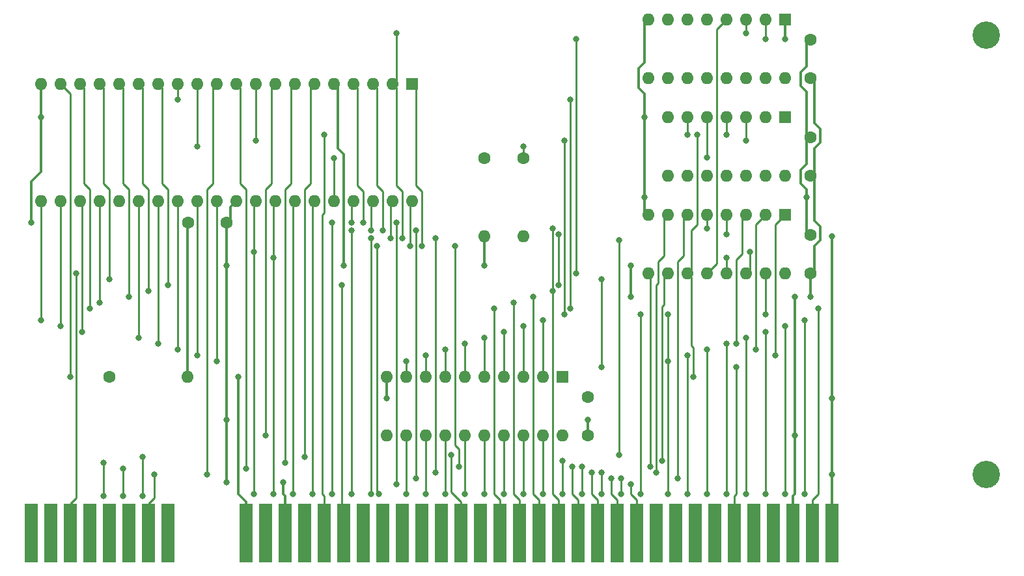
<source format=gbr>
G04 #@! TF.GenerationSoftware,KiCad,Pcbnew,(5.1.8)-1*
G04 #@! TF.CreationDate,2022-03-26T07:54:42-06:00*
G04 #@! TF.ProjectId,DMA,444d412e-6b69-4636-9164-5f7063625858,rev?*
G04 #@! TF.SameCoordinates,Original*
G04 #@! TF.FileFunction,Copper,L2,Bot*
G04 #@! TF.FilePolarity,Positive*
%FSLAX46Y46*%
G04 Gerber Fmt 4.6, Leading zero omitted, Abs format (unit mm)*
G04 Created by KiCad (PCBNEW (5.1.8)-1) date 2022-03-26 07:54:42*
%MOMM*%
%LPD*%
G01*
G04 APERTURE LIST*
G04 #@! TA.AperFunction,ComponentPad*
%ADD10O,1.600000X1.600000*%
G04 #@! TD*
G04 #@! TA.AperFunction,ComponentPad*
%ADD11C,1.600000*%
G04 #@! TD*
G04 #@! TA.AperFunction,ConnectorPad*
%ADD12R,1.780000X7.620000*%
G04 #@! TD*
G04 #@! TA.AperFunction,ComponentPad*
%ADD13R,1.600000X1.600000*%
G04 #@! TD*
G04 #@! TA.AperFunction,ComponentPad*
%ADD14C,3.556000*%
G04 #@! TD*
G04 #@! TA.AperFunction,ViaPad*
%ADD15C,0.800000*%
G04 #@! TD*
G04 #@! TA.AperFunction,Conductor*
%ADD16C,0.330200*%
G04 #@! TD*
G04 #@! TA.AperFunction,Conductor*
%ADD17C,0.250000*%
G04 #@! TD*
G04 APERTURE END LIST*
D10*
G04 #@! TO.P,R3,2*
G04 #@! TO.N,/CLK88*
X121404380Y-91160600D03*
D11*
G04 #@! TO.P,R3,1*
G04 #@! TO.N,/CLK88_1*
X121404380Y-81000600D03*
G04 #@! TD*
D10*
G04 #@! TO.P,R2,2*
G04 #@! TO.N,/GND*
X77716380Y-109448600D03*
D11*
G04 #@! TO.P,R2,1*
G04 #@! TO.N,/DRQ0_*
X67556380Y-109448600D03*
G04 #@! TD*
D12*
G04 #@! TO.P,J9,31*
G04 #@! TO.N,/GND*
X85336380Y-129768600D03*
G04 #@! TO.P,J9,30*
G04 #@! TO.N,/OSC88*
X87876380Y-129768600D03*
G04 #@! TO.P,J9,29*
G04 #@! TO.N,/5+*
X90416380Y-129768600D03*
G04 #@! TO.P,J9,28*
G04 #@! TO.N,/ALE*
X92956380Y-129768600D03*
G04 #@! TO.P,J9,27*
G04 #@! TO.N,/TC*
X95496380Y-129768600D03*
G04 #@! TO.P,J9,26*
G04 #@! TO.N,/DACK2*
X98036380Y-129768600D03*
G04 #@! TO.P,J9,25*
G04 #@! TO.N,/IRQ3*
X100576380Y-129768600D03*
G04 #@! TO.P,J9,24*
G04 #@! TO.N,/IRQ4*
X103116380Y-129768600D03*
G04 #@! TO.P,J9,23*
G04 #@! TO.N,/IRQ5*
X105656380Y-129768600D03*
G04 #@! TO.P,J9,22*
G04 #@! TO.N,/IRQ6*
X108196380Y-129768600D03*
G04 #@! TO.P,J9,21*
G04 #@! TO.N,/IRQ7*
X110736380Y-129768600D03*
G04 #@! TO.P,J9,20*
G04 #@! TO.N,/CLK88*
X113276380Y-129768600D03*
G04 #@! TO.P,J9,19*
G04 #@! TO.N,/REFRQ*
X115816380Y-129768600D03*
G04 #@! TO.P,J9,18*
G04 #@! TO.N,/DRQ1*
X118356380Y-129768600D03*
G04 #@! TO.P,J9,17*
G04 #@! TO.N,/DACK1*
X120896380Y-129768600D03*
G04 #@! TO.P,J9,16*
G04 #@! TO.N,/DRQ3*
X123436380Y-129768600D03*
G04 #@! TO.P,J9,15*
G04 #@! TO.N,/DACK3*
X125976380Y-129768600D03*
G04 #@! TO.P,J9,14*
G04 #@! TO.N,/IORD*
X128516380Y-129768600D03*
G04 #@! TO.P,J9,13*
G04 #@! TO.N,/IOWR*
X131056380Y-129768600D03*
G04 #@! TO.P,J9,12*
G04 #@! TO.N,/MRD*
X133596380Y-129768600D03*
G04 #@! TO.P,J9,11*
G04 #@! TO.N,/MWR*
X136136380Y-129768600D03*
G04 #@! TO.P,J9,10*
G04 #@! TO.N,/GND_NC*
X138676380Y-129768600D03*
G04 #@! TO.P,J9,9*
G04 #@! TO.N,/12+*
X141216380Y-129768600D03*
G04 #@! TO.P,J9,8*
G04 #@! TO.N,/NC*
X143756380Y-129768600D03*
G04 #@! TO.P,J9,7*
G04 #@! TO.N,/12-*
X146296380Y-129768600D03*
G04 #@! TO.P,J9,6*
G04 #@! TO.N,/DRQ2*
X148836380Y-129768600D03*
G04 #@! TO.P,J9,5*
G04 #@! TO.N,/5-*
X151376380Y-129768600D03*
G04 #@! TO.P,J9,4*
G04 #@! TO.N,/IRQ2*
X153916380Y-129768600D03*
G04 #@! TO.P,J9,3*
G04 #@! TO.N,/5+*
X156456380Y-129768600D03*
G04 #@! TO.P,J9,2*
G04 #@! TO.N,/RESOUT*
X158996380Y-129768600D03*
G04 #@! TO.P,J9,1*
G04 #@! TO.N,/GND*
X161536380Y-129768600D03*
G04 #@! TD*
D10*
G04 #@! TO.P,U2,16*
G04 #@! TO.N,/5+*
X155440380Y-70586600D03*
G04 #@! TO.P,U2,8*
G04 #@! TO.N,/GND*
X137660380Y-62966600D03*
G04 #@! TO.P,U2,15*
G04 #@! TO.N,N/C*
X152900380Y-70586600D03*
G04 #@! TO.P,U2,7*
G04 #@! TO.N,Net-(U2-Pad7)*
X140200380Y-62966600D03*
G04 #@! TO.P,U2,14*
G04 #@! TO.N,N/C*
X150360380Y-70586600D03*
G04 #@! TO.P,U2,6*
G04 #@! TO.N,Net-(U2-Pad6)*
X142740380Y-62966600D03*
G04 #@! TO.P,U2,13*
G04 #@! TO.N,N/C*
X147820380Y-70586600D03*
G04 #@! TO.P,U2,5*
G04 #@! TO.N,Net-(U2-Pad5)*
X145280380Y-62966600D03*
G04 #@! TO.P,U2,12*
G04 #@! TO.N,N/C*
X145280380Y-70586600D03*
G04 #@! TO.P,U2,4*
G04 #@! TO.N,/760_EN*
X147820380Y-62966600D03*
G04 #@! TO.P,U2,11*
G04 #@! TO.N,N/C*
X142740380Y-70586600D03*
G04 #@! TO.P,U2,3*
G04 #@! TO.N,/IOWR*
X150360380Y-62966600D03*
G04 #@! TO.P,U2,10*
G04 #@! TO.N,N/C*
X140200380Y-70586600D03*
G04 #@! TO.P,U2,2*
G04 #@! TO.N,/IO_008X*
X152900380Y-62966600D03*
G04 #@! TO.P,U2,9*
G04 #@! TO.N,N/C*
X137660380Y-70586600D03*
D13*
G04 #@! TO.P,U2,1*
G04 #@! TO.N,/GND*
X155440380Y-62966600D03*
G04 #@! TD*
D10*
G04 #@! TO.P,U1,40*
G04 #@! TO.N,/A7*
X106926380Y-86588600D03*
G04 #@! TO.P,U1,20*
G04 #@! TO.N,/GND*
X58666380Y-71348600D03*
G04 #@! TO.P,U1,39*
G04 #@! TO.N,/A6*
X104386380Y-86588600D03*
G04 #@! TO.P,U1,19*
G04 #@! TO.N,/DRQ0_*
X61206380Y-71348600D03*
G04 #@! TO.P,U1,38*
G04 #@! TO.N,/A5*
X101846380Y-86588600D03*
G04 #@! TO.P,U1,18*
G04 #@! TO.N,/DRQ1*
X63746380Y-71348600D03*
G04 #@! TO.P,U1,37*
G04 #@! TO.N,/A4*
X99306380Y-86588600D03*
G04 #@! TO.P,U1,17*
G04 #@! TO.N,/DRQ2*
X66286380Y-71348600D03*
G04 #@! TO.P,U1,36*
G04 #@! TO.N,/EOP*
X96766380Y-86588600D03*
G04 #@! TO.P,U1,16*
G04 #@! TO.N,/DRQ3*
X68826380Y-71348600D03*
G04 #@! TO.P,U1,35*
G04 #@! TO.N,/A3*
X94226380Y-86588600D03*
G04 #@! TO.P,U1,15*
G04 #@! TO.N,/DACK3*
X71366380Y-71348600D03*
G04 #@! TO.P,U1,34*
G04 #@! TO.N,/A2*
X91686380Y-86588600D03*
G04 #@! TO.P,U1,14*
G04 #@! TO.N,/DACK2*
X73906380Y-71348600D03*
G04 #@! TO.P,U1,33*
G04 #@! TO.N,/A1*
X89146380Y-86588600D03*
G04 #@! TO.P,U1,13*
G04 #@! TO.N,/RESOUT*
X76446380Y-71348600D03*
G04 #@! TO.P,U1,32*
G04 #@! TO.N,/A0*
X86606380Y-86588600D03*
G04 #@! TO.P,U1,12*
G04 #@! TO.N,/CLK88_1*
X78986380Y-71348600D03*
G04 #@! TO.P,U1,31*
G04 #@! TO.N,/5+*
X84066380Y-86588600D03*
G04 #@! TO.P,U1,11*
G04 #@! TO.N,/IO_000X*
X81526380Y-71348600D03*
G04 #@! TO.P,U1,30*
G04 #@! TO.N,/D0*
X81526380Y-86588600D03*
G04 #@! TO.P,U1,10*
G04 #@! TO.N,/HOLD*
X84066380Y-71348600D03*
G04 #@! TO.P,U1,29*
G04 #@! TO.N,/D1*
X78986380Y-86588600D03*
G04 #@! TO.P,U1,9*
G04 #@! TO.N,/AEN*
X86606380Y-71348600D03*
G04 #@! TO.P,U1,28*
G04 #@! TO.N,/D2*
X76446380Y-86588600D03*
G04 #@! TO.P,U1,8*
G04 #@! TO.N,/ADSTB*
X89146380Y-71348600D03*
G04 #@! TO.P,U1,27*
G04 #@! TO.N,/D3*
X73906380Y-86588600D03*
G04 #@! TO.P,U1,7*
G04 #@! TO.N,/HOLDA*
X91686380Y-71348600D03*
G04 #@! TO.P,U1,26*
G04 #@! TO.N,/D4*
X71366380Y-86588600D03*
G04 #@! TO.P,U1,6*
G04 #@! TO.N,/READY*
X94226380Y-71348600D03*
G04 #@! TO.P,U1,25*
G04 #@! TO.N,/DACK0*
X68826380Y-86588600D03*
G04 #@! TO.P,U1,5*
G04 #@! TO.N,/5+*
X96766380Y-71348600D03*
G04 #@! TO.P,U1,24*
G04 #@! TO.N,/DACK1*
X66286380Y-86588600D03*
G04 #@! TO.P,U1,4*
G04 #@! TO.N,/MWR*
X99306380Y-71348600D03*
G04 #@! TO.P,U1,23*
G04 #@! TO.N,/D5*
X63746380Y-86588600D03*
G04 #@! TO.P,U1,3*
G04 #@! TO.N,/MRD*
X101846380Y-71348600D03*
G04 #@! TO.P,U1,22*
G04 #@! TO.N,/D6*
X61206380Y-86588600D03*
G04 #@! TO.P,U1,2*
G04 #@! TO.N,/IOWR*
X104386380Y-71348600D03*
G04 #@! TO.P,U1,21*
G04 #@! TO.N,/D7*
X58666380Y-86588600D03*
D13*
G04 #@! TO.P,U1,1*
G04 #@! TO.N,/IORD*
X106926380Y-71348600D03*
G04 #@! TD*
D10*
G04 #@! TO.P,U4,16*
G04 #@! TO.N,/5+*
X155440380Y-95986600D03*
G04 #@! TO.P,U4,8*
G04 #@! TO.N,/GND*
X137660380Y-88366600D03*
G04 #@! TO.P,U4,15*
G04 #@! TO.N,/D0*
X152900380Y-95986600D03*
G04 #@! TO.P,U4,7*
G04 #@! TO.N,/A18*
X140200380Y-88366600D03*
G04 #@! TO.P,U4,14*
G04 #@! TO.N,/A0*
X150360380Y-95986600D03*
G04 #@! TO.P,U4,6*
G04 #@! TO.N,/A19*
X142740380Y-88366600D03*
G04 #@! TO.P,U4,13*
G04 #@! TO.N,/A1*
X147820380Y-95986600D03*
G04 #@! TO.P,U4,5*
G04 #@! TO.N,/DACK3*
X145280380Y-88366600D03*
G04 #@! TO.P,U4,12*
G04 #@! TO.N,/760_EN*
X145280380Y-95986600D03*
G04 #@! TO.P,U4,4*
G04 #@! TO.N,/DACK2*
X147820380Y-88366600D03*
G04 #@! TO.P,U4,11*
G04 #@! TO.N,/AEN_OE*
X142740380Y-95986600D03*
G04 #@! TO.P,U4,3*
G04 #@! TO.N,/D3*
X150360380Y-88366600D03*
G04 #@! TO.P,U4,10*
G04 #@! TO.N,/A16*
X140200380Y-95986600D03*
G04 #@! TO.P,U4,2*
G04 #@! TO.N,/D2*
X152900380Y-88366600D03*
G04 #@! TO.P,U4,9*
G04 #@! TO.N,/A17*
X137660380Y-95986600D03*
D13*
G04 #@! TO.P,U4,1*
G04 #@! TO.N,/D1*
X155440380Y-88366600D03*
G04 #@! TD*
D10*
G04 #@! TO.P,U3,14*
G04 #@! TO.N,/5+*
X155440380Y-83286600D03*
G04 #@! TO.P,U3,7*
G04 #@! TO.N,/GND*
X140200380Y-75666600D03*
G04 #@! TO.P,U3,13*
G04 #@! TO.N,N/C*
X152900380Y-83286600D03*
G04 #@! TO.P,U3,6*
G04 #@! TO.N,/TC*
X142740380Y-75666600D03*
G04 #@! TO.P,U3,12*
G04 #@! TO.N,N/C*
X150360380Y-83286600D03*
G04 #@! TO.P,U3,5*
G04 #@! TO.N,/EOP*
X145280380Y-75666600D03*
G04 #@! TO.P,U3,11*
G04 #@! TO.N,N/C*
X147820380Y-83286600D03*
G04 #@! TO.P,U3,4*
G04 #@! TO.N,/AEN_OE*
X147820380Y-75666600D03*
G04 #@! TO.P,U3,10*
G04 #@! TO.N,N/C*
X145280380Y-83286600D03*
G04 #@! TO.P,U3,3*
G04 #@! TO.N,/AEN*
X150360380Y-75666600D03*
G04 #@! TO.P,U3,9*
G04 #@! TO.N,N/C*
X142740380Y-83286600D03*
G04 #@! TO.P,U3,2*
G04 #@! TO.N,Net-(U3-Pad2)*
X152900380Y-75666600D03*
G04 #@! TO.P,U3,8*
G04 #@! TO.N,N/C*
X140200380Y-83286600D03*
D13*
G04 #@! TO.P,U3,1*
G04 #@! TO.N,Net-(U3-Pad1)*
X155440380Y-75666600D03*
G04 #@! TD*
D10*
G04 #@! TO.P,R1,2*
G04 #@! TO.N,/5+*
X116324380Y-91160600D03*
D11*
G04 #@! TO.P,R1,1*
G04 #@! TO.N,/EOP*
X116324380Y-81000600D03*
G04 #@! TD*
G04 #@! TO.P,C8,2*
G04 #@! TO.N,/5+*
X129786380Y-117068600D03*
G04 #@! TO.P,C8,1*
G04 #@! TO.N,/GND*
X129786380Y-112068600D03*
G04 #@! TD*
G04 #@! TO.P,C4,2*
G04 #@! TO.N,/5+*
X158742380Y-95986600D03*
G04 #@! TO.P,C4,1*
G04 #@! TO.N,/GND*
X158742380Y-90986600D03*
G04 #@! TD*
G04 #@! TO.P,C3,2*
G04 #@! TO.N,/5+*
X158742380Y-83286600D03*
G04 #@! TO.P,C3,1*
G04 #@! TO.N,/GND*
X158742380Y-78286600D03*
G04 #@! TD*
G04 #@! TO.P,C2,2*
G04 #@! TO.N,/5+*
X82796380Y-89382600D03*
G04 #@! TO.P,C2,1*
G04 #@! TO.N,/GND*
X77796380Y-89382600D03*
G04 #@! TD*
G04 #@! TO.P,C1,2*
G04 #@! TO.N,/5+*
X158742380Y-70586600D03*
G04 #@! TO.P,C1,1*
G04 #@! TO.N,/GND*
X158742380Y-65586600D03*
G04 #@! TD*
D10*
G04 #@! TO.P,U5,20*
G04 #@! TO.N,/5+*
X126484380Y-117068600D03*
G04 #@! TO.P,U5,10*
G04 #@! TO.N,/GND*
X103624380Y-109448600D03*
G04 #@! TO.P,U5,19*
G04 #@! TO.N,/A15*
X123944380Y-117068600D03*
G04 #@! TO.P,U5,9*
G04 #@! TO.N,/D0*
X106164380Y-109448600D03*
G04 #@! TO.P,U5,18*
G04 #@! TO.N,/A14*
X121404380Y-117068600D03*
G04 #@! TO.P,U5,8*
G04 #@! TO.N,/D1*
X108704380Y-109448600D03*
G04 #@! TO.P,U5,17*
G04 #@! TO.N,/A13*
X118864380Y-117068600D03*
G04 #@! TO.P,U5,7*
G04 #@! TO.N,/D2*
X111244380Y-109448600D03*
G04 #@! TO.P,U5,16*
G04 #@! TO.N,/A12*
X116324380Y-117068600D03*
G04 #@! TO.P,U5,6*
G04 #@! TO.N,/D3*
X113784380Y-109448600D03*
G04 #@! TO.P,U5,15*
G04 #@! TO.N,/A11*
X113784380Y-117068600D03*
G04 #@! TO.P,U5,5*
G04 #@! TO.N,/D4*
X116324380Y-109448600D03*
G04 #@! TO.P,U5,14*
G04 #@! TO.N,/A10*
X111244380Y-117068600D03*
G04 #@! TO.P,U5,4*
G04 #@! TO.N,/D5*
X118864380Y-109448600D03*
G04 #@! TO.P,U5,13*
G04 #@! TO.N,/A9*
X108704380Y-117068600D03*
G04 #@! TO.P,U5,3*
G04 #@! TO.N,/D6*
X121404380Y-109448600D03*
G04 #@! TO.P,U5,12*
G04 #@! TO.N,/A8*
X106164380Y-117068600D03*
G04 #@! TO.P,U5,2*
G04 #@! TO.N,/D7*
X123944380Y-109448600D03*
G04 #@! TO.P,U5,11*
G04 #@! TO.N,/ADSTB*
X103624380Y-117068600D03*
D13*
G04 #@! TO.P,U5,1*
G04 #@! TO.N,/AEN_OE*
X126484380Y-109448600D03*
G04 #@! TD*
D14*
G04 #@! TO.P,R,1*
G04 #@! TO.N,/GND*
X181602380Y-122148600D03*
G04 #@! TD*
D12*
G04 #@! TO.P,J1,8*
G04 #@! TO.N,/NMI*
X57396380Y-129768600D03*
G04 #@! TO.P,J1,7*
G04 #@! TO.N,Net-(J1-Pad7)*
X59936380Y-129768600D03*
G04 #@! TO.P,J1,6*
G04 #@! TO.N,/IO_008X*
X62476380Y-129768600D03*
G04 #@! TO.P,J1,5*
G04 #@! TO.N,/IO_006X*
X65016380Y-129768600D03*
G04 #@! TO.P,J1,4*
G04 #@! TO.N,/IO_004X*
X67556380Y-129768600D03*
G04 #@! TO.P,J1,3*
G04 #@! TO.N,/IO_002X*
X70096380Y-129768600D03*
G04 #@! TO.P,J1,2*
G04 #@! TO.N,/IO_000X*
X72636380Y-129768600D03*
G04 #@! TO.P,J1,1*
G04 #@! TO.N,/IRQ1*
X75176380Y-129768600D03*
G04 #@! TD*
D14*
G04 #@! TO.P,R,1*
G04 #@! TO.N,/GND*
X181602380Y-64998600D03*
G04 #@! TD*
D15*
G04 #@! TO.N,/5+*
X90162380Y-123164600D03*
X82796380Y-123164600D03*
X129786380Y-115036600D03*
X82796380Y-115036600D03*
X98036380Y-94970600D03*
X82796380Y-94970600D03*
X156710380Y-117068600D03*
X156710380Y-99034600D03*
X158742380Y-99034600D03*
X116324380Y-94970600D03*
X135374380Y-94970600D03*
X135374380Y-99034600D03*
G04 #@! TO.N,/GND*
X84320380Y-109448600D03*
X57396380Y-89382600D03*
X103624380Y-112242600D03*
X137152380Y-75666600D03*
X58666380Y-75666600D03*
X161536380Y-91160600D03*
X161536380Y-112242600D03*
X155440380Y-65506600D03*
X161536380Y-122148600D03*
X158234380Y-86080600D03*
X137152380Y-86080600D03*
G04 #@! TO.N,/DRQ2*
X67556380Y-96748600D03*
X149090380Y-108178600D03*
X131564380Y-108178600D03*
X131564380Y-96748600D03*
G04 #@! TO.N,/DACK3*
X125214380Y-98272600D03*
X72636380Y-98272600D03*
X145280380Y-90144600D03*
X125214380Y-90144600D03*
G04 #@! TO.N,/DRQ3*
X122674380Y-99034600D03*
X70096380Y-99034600D03*
G04 #@! TO.N,/DACK1*
X120134380Y-99796600D03*
X66286380Y-99796600D03*
G04 #@! TO.N,/DRQ1*
X117594380Y-100558600D03*
X65016380Y-100558600D03*
G04 #@! TO.N,/DACK2*
X147820380Y-90906600D03*
X75176380Y-97510600D03*
X125976380Y-97510600D03*
X125976380Y-90906600D03*
X97782380Y-97510600D03*
G04 #@! TO.N,/TC*
X95496380Y-77952600D03*
X142740380Y-77952600D03*
G04 #@! TO.N,/D7*
X157980380Y-124688600D03*
X157980380Y-102082600D03*
X58666380Y-102082600D03*
X123944380Y-102082600D03*
G04 #@! TO.N,/D6*
X155440380Y-124688600D03*
X155440380Y-102844600D03*
X61206380Y-102844600D03*
X121404380Y-102844600D03*
G04 #@! TO.N,/D5*
X152900380Y-124688600D03*
X152900380Y-103606600D03*
X118864380Y-103606600D03*
X64000380Y-103606600D03*
G04 #@! TO.N,/D4*
X150360380Y-124688600D03*
X150360380Y-104368600D03*
X71366380Y-104368600D03*
X116324380Y-104368600D03*
G04 #@! TO.N,/D3*
X147820380Y-124688600D03*
X113784380Y-105130600D03*
X147820380Y-105130600D03*
X73906380Y-105130600D03*
X149090380Y-105130600D03*
G04 #@! TO.N,/D2*
X145280380Y-124688600D03*
X111244380Y-105892600D03*
X145280380Y-105892600D03*
X76446380Y-105892600D03*
X151630380Y-105892600D03*
G04 #@! TO.N,/D1*
X142740380Y-124688600D03*
X108704380Y-106654600D03*
X142740380Y-106654600D03*
X78986380Y-106654600D03*
X154170380Y-106654600D03*
G04 #@! TO.N,/D0*
X140200380Y-124688600D03*
X140200380Y-107416600D03*
X81526380Y-107416600D03*
X106164380Y-107416600D03*
X140200380Y-101320600D03*
X152900380Y-101320600D03*
G04 #@! TO.N,/AEN*
X136644380Y-124688600D03*
X150360380Y-78714600D03*
X86606380Y-78714600D03*
X136644380Y-101320600D03*
X126738380Y-101320600D03*
X126738380Y-78714600D03*
G04 #@! TO.N,/A19*
X134104380Y-122656600D03*
X141470380Y-122656600D03*
X134104380Y-124688600D03*
G04 #@! TO.N,/A18*
X131564380Y-124688588D03*
X131564380Y-121894600D03*
X138676380Y-121894600D03*
G04 #@! TO.N,/A17*
X129024380Y-124688588D03*
X129024380Y-121132600D03*
X137914380Y-121132600D03*
G04 #@! TO.N,/A16*
X126484380Y-124688588D03*
X126484380Y-120370600D03*
X139438380Y-120370600D03*
G04 #@! TO.N,/A15*
X123944380Y-124688588D03*
G04 #@! TO.N,/A14*
X121404380Y-124688600D03*
G04 #@! TO.N,/A13*
X118864380Y-124688600D03*
G04 #@! TO.N,/A12*
X116324380Y-124688600D03*
G04 #@! TO.N,/A11*
X113784380Y-124688600D03*
G04 #@! TO.N,/A10*
X111244380Y-124688600D03*
G04 #@! TO.N,/A9*
X108704380Y-124688600D03*
G04 #@! TO.N,/A8*
X106164380Y-124688600D03*
G04 #@! TO.N,/A7*
X106672380Y-92430600D03*
X102608380Y-124688600D03*
X102354388Y-92430600D03*
G04 #@! TO.N,/A6*
X101592380Y-124688600D03*
X101592380Y-91414600D03*
X104132364Y-91414600D03*
G04 #@! TO.N,/A5*
X99052380Y-124688600D03*
X99052380Y-90398594D03*
X101592374Y-90398594D03*
G04 #@! TO.N,/A4*
X96512380Y-124688600D03*
X96512380Y-89382600D03*
X99052380Y-89382600D03*
G04 #@! TO.N,/A3*
X93972380Y-124688600D03*
G04 #@! TO.N,/A2*
X91432380Y-124688600D03*
G04 #@! TO.N,/A1*
X88892380Y-124688600D03*
X147820380Y-93954600D03*
X88892380Y-93954600D03*
G04 #@! TO.N,/A0*
X86352380Y-124688600D03*
X86352380Y-93192600D03*
X150868380Y-93192600D03*
G04 #@! TO.N,/RESOUT*
X76446380Y-73380600D03*
X159758380Y-100558600D03*
X127500380Y-100558600D03*
X127500360Y-73380600D03*
G04 #@! TO.N,/MWR*
X135374380Y-123418600D03*
X104894380Y-123418600D03*
X100576380Y-89382600D03*
X104894380Y-89382600D03*
G04 #@! TO.N,/MRD*
X132834380Y-122656600D03*
X107434380Y-122656600D03*
X103116380Y-90398600D03*
X107434380Y-90398600D03*
G04 #@! TO.N,/IOWR*
X130294380Y-121894600D03*
X109974380Y-121894600D03*
X105656380Y-91414600D03*
X109974380Y-91414600D03*
X150360380Y-64744600D03*
X104894380Y-64744600D03*
G04 #@! TO.N,/IORD*
X127754380Y-121132600D03*
X108196380Y-92430600D03*
X112514380Y-92430600D03*
X113022386Y-121132600D03*
G04 #@! TO.N,/CLK88*
X133850380Y-119608600D03*
X112006380Y-119608596D03*
X133850380Y-91668600D03*
G04 #@! TO.N,/HOLDA*
X66794380Y-124942600D03*
X90416380Y-120624600D03*
X66794380Y-120624600D03*
G04 #@! TO.N,/HOLD*
X69334380Y-124942600D03*
X85336380Y-121386600D03*
X69334380Y-121386600D03*
G04 #@! TO.N,/READY*
X71874380Y-124942600D03*
X92956380Y-119862600D03*
X71874380Y-119862600D03*
G04 #@! TO.N,/IO_008X*
X63238380Y-95986600D03*
X152900380Y-65506600D03*
X128262380Y-95986600D03*
X128262380Y-65506600D03*
G04 #@! TO.N,/IO_000X*
X80256380Y-122148600D03*
X73398380Y-122148600D03*
G04 #@! TO.N,/EOP*
X145280380Y-80963601D03*
X96766380Y-81000600D03*
G04 #@! TO.N,/AEN_OE*
X143502380Y-109448600D03*
X147820380Y-77952600D03*
X144010380Y-77952600D03*
G04 #@! TO.N,/CLK88_1*
X78986380Y-79476600D03*
X121404380Y-79476600D03*
G04 #@! TO.N,/ADSTB*
X87876380Y-117068600D03*
G04 #@! TO.N,/DRQ0_*
X62476380Y-109448600D03*
G04 #@! TD*
D16*
G04 #@! TO.N,/5+*
X90416380Y-129768600D02*
X90416380Y-124942600D01*
X90416380Y-124942600D02*
X90162380Y-124688600D01*
X90162380Y-124688600D02*
X90162380Y-123164600D01*
X83304380Y-87350600D02*
X84066380Y-86588600D01*
X83304380Y-88874600D02*
X83304380Y-87350600D01*
X82796380Y-89382600D02*
X83304380Y-88874600D01*
X82796380Y-89382600D02*
X82796380Y-123164600D01*
X129786380Y-117068600D02*
X129786380Y-115036600D01*
X159250380Y-82778600D02*
X158742380Y-83286600D01*
X159250380Y-79730600D02*
X159250380Y-82778600D01*
X160012380Y-78968600D02*
X159250380Y-79730600D01*
X160012380Y-77190600D02*
X160012380Y-78968600D01*
X159250380Y-76428600D02*
X160012380Y-77190600D01*
X159250380Y-71094600D02*
X159250380Y-76428600D01*
X158742380Y-70586600D02*
X159250380Y-71094600D01*
X160012380Y-89890600D02*
X160012380Y-91668600D01*
X158742380Y-83286600D02*
X159250380Y-83794600D01*
X159250380Y-83794600D02*
X159250380Y-89128600D01*
X159250380Y-95478600D02*
X158742380Y-95986600D01*
X159250380Y-92430600D02*
X159250380Y-95478600D01*
X160012380Y-91668600D02*
X159250380Y-92430600D01*
X159250380Y-89128600D02*
X160012380Y-89890600D01*
X96766380Y-71348600D02*
X97274380Y-71856600D01*
X97274380Y-71856600D02*
X97274380Y-79730600D01*
X97274380Y-79730600D02*
X98036380Y-80492600D01*
X98036380Y-80492600D02*
X98036380Y-94970600D01*
X156456380Y-129768600D02*
X156456380Y-124942600D01*
X156456380Y-124942600D02*
X156710380Y-124688600D01*
X156710380Y-124688600D02*
X156710380Y-117068600D01*
X156710380Y-117068600D02*
X156710380Y-99034600D01*
X158742380Y-95986600D02*
X158742380Y-99034600D01*
X116324380Y-91160600D02*
X116324380Y-94970600D01*
X135374380Y-94970600D02*
X135374380Y-99034600D01*
G04 #@! TO.N,/GND*
X84320380Y-109448600D02*
X84320380Y-124688600D01*
X85336380Y-125704600D02*
X85336380Y-129768600D01*
X84320380Y-124688600D02*
X85336380Y-125704600D01*
X58666380Y-71348600D02*
X58666380Y-82778600D01*
X58666380Y-82778600D02*
X57396380Y-84048600D01*
X57396380Y-84048600D02*
X57396380Y-89382600D01*
X77716380Y-89462600D02*
X77716380Y-109448600D01*
X77796380Y-89382600D02*
X77716380Y-89462600D01*
X103624380Y-109448600D02*
X103624380Y-112242600D01*
X158234380Y-66094600D02*
X158742380Y-65586600D01*
X157472380Y-71602600D02*
X157472380Y-69824600D01*
X158234380Y-72364600D02*
X157472380Y-71602600D01*
X158742380Y-78286600D02*
X158234380Y-77778600D01*
X158234380Y-77778600D02*
X158234380Y-72364600D01*
X157472380Y-69824600D02*
X158234380Y-69062600D01*
X158234380Y-69062600D02*
X158234380Y-66094600D01*
X158234380Y-78794600D02*
X158742380Y-78286600D01*
X158234380Y-81762600D02*
X158234380Y-78794600D01*
X157472380Y-82524600D02*
X158234380Y-81762600D01*
X157472380Y-84302600D02*
X157472380Y-82524600D01*
X158234380Y-85064600D02*
X157472380Y-84302600D01*
X158234380Y-90478600D02*
X158234380Y-86080600D01*
X158742380Y-90986600D02*
X158234380Y-90478600D01*
X137152380Y-87858600D02*
X137660380Y-88366600D01*
X137152380Y-72618600D02*
X137152380Y-75666600D01*
X136390380Y-71856600D02*
X137152380Y-72618600D01*
X136390380Y-69316600D02*
X136390380Y-71856600D01*
X137152380Y-68554600D02*
X136390380Y-69316600D01*
X137152380Y-63474600D02*
X137152380Y-68554600D01*
X137660380Y-62966600D02*
X137152380Y-63474600D01*
X137152380Y-75666600D02*
X137152380Y-87858600D01*
X161536380Y-129768600D02*
X161536380Y-91160600D01*
X155440380Y-62966600D02*
X155440380Y-65506600D01*
X158234380Y-86080600D02*
X158234380Y-85064600D01*
D17*
G04 #@! TO.N,/DRQ2*
X66286380Y-71348600D02*
X66794380Y-71856600D01*
X66794380Y-71856600D02*
X66794380Y-84302600D01*
X66794380Y-84302600D02*
X67556380Y-85064600D01*
X67556380Y-85064600D02*
X67556380Y-96748600D01*
X148836380Y-129768600D02*
X148836380Y-124942600D01*
X148836380Y-124942600D02*
X149090380Y-124688600D01*
X149090380Y-124688600D02*
X149090380Y-108178600D01*
X131564380Y-108178600D02*
X131564380Y-96748600D01*
G04 #@! TO.N,/DACK3*
X125214380Y-124688600D02*
X125214380Y-98272600D01*
X125976380Y-125450600D02*
X125214380Y-124688600D01*
X125976380Y-129768600D02*
X125976380Y-125450600D01*
X71874380Y-71856600D02*
X71366380Y-71348600D01*
X72636380Y-85064600D02*
X71874380Y-84302600D01*
X71874380Y-84302600D02*
X71874380Y-71856600D01*
X72636380Y-98272600D02*
X72636380Y-85064600D01*
X145280380Y-88112600D02*
X145280380Y-90144600D01*
X125214380Y-90144600D02*
X125214380Y-98272600D01*
G04 #@! TO.N,/DRQ3*
X122674380Y-124688600D02*
X122674380Y-99034600D01*
X123436380Y-125450600D02*
X122674380Y-124688600D01*
X123436380Y-129768600D02*
X123436380Y-125450600D01*
X70096380Y-99034600D02*
X70096380Y-85064600D01*
X70096380Y-85064600D02*
X69334380Y-84302600D01*
X69334380Y-71856600D02*
X68826380Y-71348600D01*
X69334380Y-84302600D02*
X69334380Y-71856600D01*
G04 #@! TO.N,/DACK1*
X120134380Y-124688600D02*
X120134380Y-99796600D01*
X120896380Y-125450600D02*
X120134380Y-124688600D01*
X120896380Y-129768600D02*
X120896380Y-125450600D01*
X66286380Y-99796600D02*
X66286380Y-86588600D01*
G04 #@! TO.N,/DRQ1*
X117594380Y-124688600D02*
X117594380Y-100558600D01*
X118356380Y-125450600D02*
X117594380Y-124688600D01*
X118356380Y-129768600D02*
X118356380Y-125450600D01*
X64254380Y-84302600D02*
X65016380Y-85064600D01*
X64254380Y-71856600D02*
X64254380Y-84302600D01*
X65016380Y-85064600D02*
X65016380Y-100558600D01*
X63746380Y-71348600D02*
X64254380Y-71856600D01*
G04 #@! TO.N,/DACK2*
X74414380Y-84302600D02*
X74414380Y-71856600D01*
X74414380Y-71856600D02*
X73906380Y-71348600D01*
X75176380Y-85064600D02*
X74414380Y-84302600D01*
X75176380Y-97510600D02*
X75176380Y-85064600D01*
X125976380Y-97510600D02*
X125976380Y-90906600D01*
X97782380Y-129514600D02*
X97782380Y-97510600D01*
X98036380Y-129768600D02*
X97782380Y-129514600D01*
X147820380Y-88366600D02*
X147820380Y-90906600D01*
G04 #@! TO.N,/TC*
X95496380Y-129768600D02*
X95496380Y-124942600D01*
X95496380Y-124942600D02*
X95242380Y-124688600D01*
X95242380Y-124688600D02*
X95242380Y-88366600D01*
X95242380Y-88366600D02*
X95496380Y-88112600D01*
X95496380Y-88112600D02*
X95496380Y-77952600D01*
X142740380Y-75666600D02*
X142740380Y-77952600D01*
G04 #@! TO.N,/D7*
X157980380Y-124688600D02*
X157980380Y-102082600D01*
X58666380Y-86588600D02*
X58666380Y-102082600D01*
X123944380Y-109448600D02*
X123944380Y-102082600D01*
G04 #@! TO.N,/D6*
X155440380Y-124688600D02*
X155440380Y-102844600D01*
X61206380Y-86588600D02*
X61206380Y-102844600D01*
X121404380Y-109448600D02*
X121404380Y-102844600D01*
G04 #@! TO.N,/D5*
X152900380Y-124688600D02*
X152900380Y-103606600D01*
X118864380Y-109448600D02*
X118864380Y-103606600D01*
X64000380Y-86842600D02*
X64000380Y-103606600D01*
X63746380Y-86588600D02*
X64000380Y-86842600D01*
G04 #@! TO.N,/D4*
X150360380Y-124688600D02*
X150360380Y-104368600D01*
X71366380Y-86588600D02*
X71366380Y-104368600D01*
X116324380Y-109448600D02*
X116324380Y-104368600D01*
G04 #@! TO.N,/D3*
X113784380Y-109448600D02*
X113784380Y-105130600D01*
X147820380Y-124688600D02*
X147820380Y-105130600D01*
X73906380Y-105130600D02*
X73906380Y-86588600D01*
X149090380Y-94208600D02*
X149090380Y-105130600D01*
X149852380Y-93446600D02*
X149090380Y-94208600D01*
X149852380Y-88874600D02*
X149852380Y-93446600D01*
X150360380Y-88366600D02*
X149852380Y-88874600D01*
G04 #@! TO.N,/D2*
X111244380Y-109448600D02*
X111244380Y-105892600D01*
X145280380Y-124688600D02*
X145280380Y-105892600D01*
X76446380Y-86588600D02*
X76446380Y-105892600D01*
X151630380Y-89636600D02*
X151630380Y-105892600D01*
X152900380Y-88366600D02*
X151630380Y-89636600D01*
G04 #@! TO.N,/D1*
X108704380Y-109448600D02*
X108704380Y-106654600D01*
X142740380Y-124688600D02*
X142740380Y-106654600D01*
X78986380Y-106654600D02*
X78986380Y-86588600D01*
X154170380Y-89636600D02*
X154170380Y-106654600D01*
X155440380Y-88366600D02*
X154170380Y-89636600D01*
X155440380Y-88112600D02*
X155440380Y-88366600D01*
G04 #@! TO.N,/D0*
X140200380Y-124688600D02*
X140200380Y-107416600D01*
X81526380Y-107416600D02*
X81526380Y-86588600D01*
X106164380Y-109448600D02*
X106164380Y-107416600D01*
X140200380Y-107416600D02*
X140200380Y-101320600D01*
X152900380Y-101320600D02*
X152900380Y-95986600D01*
G04 #@! TO.N,/AEN*
X150360380Y-75666600D02*
X150360380Y-78714600D01*
X86606380Y-71348600D02*
X86606380Y-78714600D01*
X136644380Y-124688600D02*
X136644380Y-101320600D01*
X126738380Y-101320600D02*
X126738380Y-78714600D01*
G04 #@! TO.N,/A19*
X134104380Y-122656600D02*
X134104380Y-124688600D01*
X141470380Y-94462600D02*
X141470380Y-122656600D01*
X142232380Y-93700600D02*
X141470380Y-94462600D01*
X142740380Y-88366600D02*
X142232380Y-88874600D01*
X142232380Y-88874600D02*
X142232380Y-93700600D01*
G04 #@! TO.N,/A18*
X131564380Y-124688588D02*
X131564380Y-121894600D01*
X138676380Y-97510600D02*
X138676380Y-121894600D01*
X138930380Y-97256600D02*
X138676380Y-97510600D01*
X138930380Y-94462600D02*
X138930380Y-97256600D01*
X139692380Y-93700600D02*
X138930380Y-94462600D01*
X139692380Y-88874600D02*
X139692380Y-93700600D01*
X140200380Y-88366600D02*
X139692380Y-88874600D01*
G04 #@! TO.N,/A17*
X129024380Y-124688588D02*
X129024380Y-121132600D01*
X137914380Y-95986600D02*
X137914380Y-121132600D01*
X137660380Y-95732600D02*
X137914380Y-95986600D01*
G04 #@! TO.N,/A16*
X126484380Y-124688588D02*
X126484380Y-120370600D01*
X139438380Y-100304600D02*
X139438380Y-120370600D01*
X139692380Y-96494600D02*
X139692380Y-100050600D01*
X139692380Y-100050600D02*
X139438380Y-100304600D01*
X140200380Y-95986600D02*
X139692380Y-96494600D01*
G04 #@! TO.N,/A15*
X123944380Y-117068600D02*
X123944380Y-124688588D01*
G04 #@! TO.N,/A14*
X121404380Y-117068600D02*
X121404380Y-124688600D01*
G04 #@! TO.N,/A13*
X118864380Y-117068600D02*
X118864380Y-124688600D01*
G04 #@! TO.N,/A12*
X116324380Y-117068600D02*
X116324380Y-124688600D01*
G04 #@! TO.N,/A11*
X113784380Y-117068600D02*
X113784380Y-124688600D01*
G04 #@! TO.N,/A10*
X111244380Y-117068600D02*
X111244380Y-124688600D01*
G04 #@! TO.N,/A9*
X108704380Y-117068600D02*
X108704380Y-124688600D01*
G04 #@! TO.N,/A8*
X106164380Y-117068600D02*
X106164380Y-124688600D01*
G04 #@! TO.N,/A7*
X106672380Y-86842600D02*
X106672380Y-92430600D01*
X106926380Y-86588600D02*
X106672380Y-86842600D01*
X102354380Y-124434600D02*
X102354380Y-92430600D01*
X102608380Y-124688600D02*
X102354380Y-124434600D01*
G04 #@! TO.N,/A6*
X101592380Y-124688600D02*
X101592380Y-91414600D01*
X104132364Y-86842616D02*
X104386380Y-86588600D01*
X104132364Y-91414600D02*
X104132364Y-86842616D01*
G04 #@! TO.N,/A5*
X99052380Y-124688600D02*
X99052380Y-90398594D01*
X101592374Y-86842606D02*
X101846380Y-86588600D01*
X101592374Y-90398594D02*
X101592374Y-86842606D01*
G04 #@! TO.N,/A4*
X96512380Y-89382600D02*
X96512380Y-124688600D01*
X99052380Y-86842600D02*
X99306380Y-86588600D01*
X99052380Y-89382600D02*
X99052380Y-86842600D01*
G04 #@! TO.N,/A3*
X93972380Y-86842600D02*
X93972380Y-124688600D01*
X94226380Y-86588600D02*
X93972380Y-86842600D01*
G04 #@! TO.N,/A2*
X91686380Y-86588600D02*
X91432380Y-86842600D01*
X91432380Y-86842600D02*
X91432380Y-124688600D01*
G04 #@! TO.N,/A1*
X89146380Y-86588600D02*
X88892380Y-86842600D01*
X88892380Y-86842600D02*
X88892380Y-124688600D01*
X147820380Y-95986600D02*
X147820380Y-93954600D01*
G04 #@! TO.N,/A0*
X86352380Y-86842600D02*
X86352380Y-124688600D01*
X86606380Y-86588600D02*
X86352380Y-86842600D01*
X150868380Y-95478600D02*
X150868380Y-93192600D01*
X150360380Y-95986600D02*
X150868380Y-95478600D01*
G04 #@! TO.N,/RESOUT*
X76446380Y-71348600D02*
X76446380Y-73380600D01*
X158996380Y-129768600D02*
X158996380Y-125450600D01*
X158996380Y-125450600D02*
X159758380Y-124688600D01*
X159758380Y-124688600D02*
X159758380Y-100558600D01*
X127500380Y-100558600D02*
X127500380Y-73380600D01*
G04 #@! TO.N,/MWR*
X136136380Y-129768600D02*
X136136380Y-125450600D01*
X136136380Y-125450600D02*
X135374380Y-124688600D01*
X135374380Y-124688600D02*
X135374380Y-123418600D01*
X99306380Y-71348600D02*
X99814380Y-71856600D01*
X99814380Y-71856600D02*
X99814380Y-84556600D01*
X99814380Y-84556600D02*
X100576380Y-85318600D01*
X100576380Y-85318600D02*
X100576380Y-89382600D01*
X104894380Y-123418600D02*
X104894380Y-89382600D01*
G04 #@! TO.N,/MRD*
X102354380Y-84556600D02*
X103116380Y-85318600D01*
X102354380Y-71856600D02*
X102354380Y-84556600D01*
X101846380Y-71348600D02*
X102354380Y-71856600D01*
X133596380Y-129768600D02*
X133596380Y-125450600D01*
X133596380Y-125450600D02*
X132834380Y-124688600D01*
X132834380Y-124688600D02*
X132834380Y-122656600D01*
X103116380Y-85318600D02*
X103116380Y-90398600D01*
X107434380Y-122656600D02*
X107434380Y-90398600D01*
G04 #@! TO.N,/IOWR*
X104894380Y-84556600D02*
X105656380Y-85318600D01*
X104894380Y-71856600D02*
X104894380Y-84556600D01*
X104386380Y-71348600D02*
X104894380Y-71856600D01*
X131056380Y-129768600D02*
X131056380Y-125450600D01*
X131056380Y-125450600D02*
X130294380Y-124688600D01*
X130294380Y-124688600D02*
X130294380Y-121894600D01*
X105656380Y-85318600D02*
X105656380Y-91414600D01*
X109974380Y-121894600D02*
X109974380Y-91414600D01*
X150360380Y-62966600D02*
X150360380Y-64744600D01*
X104894380Y-70840600D02*
X104386380Y-71348600D01*
X104894380Y-64744600D02*
X104894380Y-70840600D01*
G04 #@! TO.N,/IORD*
X107434380Y-84556600D02*
X108196380Y-85318600D01*
X108196380Y-85318600D02*
X108196380Y-92430600D01*
X107434380Y-71856600D02*
X107434380Y-72110600D01*
X107434380Y-72110600D02*
X107434380Y-84556600D01*
X106926380Y-71348600D02*
X107434380Y-71856600D01*
X128516380Y-129768600D02*
X128516380Y-125958600D01*
X128516380Y-125958600D02*
X128516380Y-125450600D01*
X128516380Y-125450600D02*
X127754380Y-124688600D01*
X127754380Y-124688600D02*
X127754380Y-121132600D01*
X112514380Y-118338600D02*
X113022380Y-118846600D01*
X112514380Y-118338600D02*
X112514380Y-92430600D01*
X113022380Y-118846600D02*
X113022380Y-121132600D01*
G04 #@! TO.N,/CLK88*
X113276380Y-125704600D02*
X112006380Y-124434600D01*
X112006380Y-124434600D02*
X112006380Y-119608596D01*
X113276380Y-129768600D02*
X113276380Y-125704600D01*
X133850380Y-91668600D02*
X133850380Y-119608600D01*
G04 #@! TO.N,/HOLDA*
X91686380Y-71348600D02*
X91178380Y-71856600D01*
X91178380Y-71856600D02*
X91178380Y-84302600D01*
X91178380Y-84302600D02*
X90416380Y-85064600D01*
X90416380Y-85064600D02*
X90416380Y-120624600D01*
X66794380Y-120624600D02*
X66794380Y-124942600D01*
G04 #@! TO.N,/HOLD*
X84066380Y-71348600D02*
X84574380Y-71856600D01*
X84574380Y-71856600D02*
X84574380Y-84302600D01*
X84574380Y-84302600D02*
X85336380Y-85064600D01*
X85336380Y-85064600D02*
X85336380Y-121386600D01*
X69334380Y-124942600D02*
X69334380Y-121386600D01*
G04 #@! TO.N,/READY*
X94226380Y-71348600D02*
X93718380Y-71856600D01*
X93718380Y-71856600D02*
X93718380Y-84302600D01*
X93718380Y-84302600D02*
X92956380Y-85064600D01*
X92956380Y-85064600D02*
X92956380Y-119862600D01*
X71874380Y-124942600D02*
X71874380Y-119862600D01*
G04 #@! TO.N,/IO_008X*
X152900380Y-62966600D02*
X152900380Y-65506600D01*
X128262380Y-95986600D02*
X128262380Y-65506600D01*
X62476380Y-129768600D02*
X62476380Y-125958600D01*
X62476380Y-125958600D02*
X63238380Y-125196600D01*
X63238380Y-125196600D02*
X63238380Y-95986600D01*
G04 #@! TO.N,/IO_000X*
X81526380Y-71348600D02*
X81018380Y-71856600D01*
X81018380Y-71856600D02*
X81018380Y-84302600D01*
X81018380Y-84302600D02*
X80256380Y-85064600D01*
X72636380Y-129768600D02*
X72636380Y-125958600D01*
X72636380Y-125958600D02*
X73398380Y-125196600D01*
X73398380Y-125196600D02*
X73398380Y-122148600D01*
X80256380Y-85064600D02*
X80256380Y-122148600D01*
G04 #@! TO.N,/EOP*
X145280380Y-80963601D02*
X145280380Y-75666600D01*
X96766380Y-86588600D02*
X96766380Y-81000600D01*
G04 #@! TO.N,/AEN_OE*
X147820380Y-75666600D02*
X147820380Y-77952600D01*
X144010380Y-89636600D02*
X144010380Y-77952600D01*
X143248380Y-90398600D02*
X144010380Y-89636600D01*
X143248380Y-95478600D02*
X143248380Y-90398600D01*
X142740380Y-95986600D02*
X143248380Y-95478600D01*
X143248380Y-96494600D02*
X142740380Y-95986600D01*
X143248380Y-105384600D02*
X143248380Y-96494600D01*
X143502380Y-105638600D02*
X143248380Y-105384600D01*
X143502380Y-109448600D02*
X143502380Y-105638600D01*
G04 #@! TO.N,/CLK88_1*
X78986380Y-79476600D02*
X78986380Y-71348600D01*
X121404380Y-79476600D02*
X121404380Y-81000600D01*
G04 #@! TO.N,/ADSTB*
X89146380Y-71348600D02*
X88638380Y-71856600D01*
X88638380Y-71856600D02*
X88638380Y-84302600D01*
X88638380Y-84302600D02*
X87876380Y-85064600D01*
X87876380Y-85064600D02*
X87876380Y-117068600D01*
G04 #@! TO.N,/760_EN*
X146550380Y-64236600D02*
X147820380Y-62966600D01*
X146550380Y-94716600D02*
X146550380Y-64236600D01*
X145280380Y-95986600D02*
X146550380Y-94716600D01*
G04 #@! TO.N,/DRQ0_*
X61206380Y-71348600D02*
X61714380Y-71856600D01*
X62476380Y-72618600D02*
X62476380Y-109448600D01*
X61206380Y-71348600D02*
X62476380Y-72618600D01*
G04 #@! TD*
M02*

</source>
